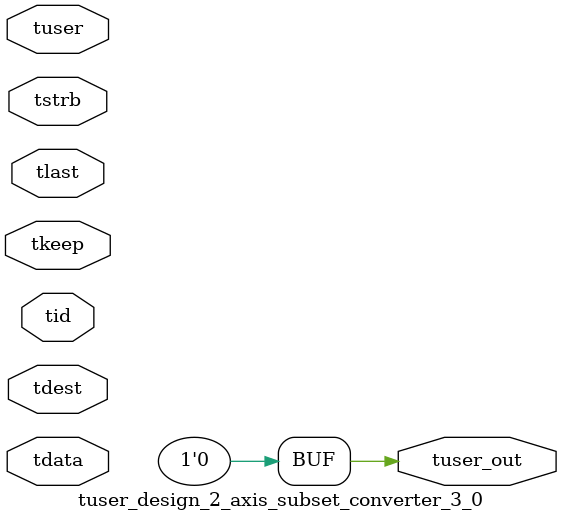
<source format=v>


`timescale 1ps/1ps

module tuser_design_2_axis_subset_converter_3_0 #
(
parameter C_S_AXIS_TUSER_WIDTH = 1,
parameter C_S_AXIS_TDATA_WIDTH = 32,
parameter C_S_AXIS_TID_WIDTH   = 0,
parameter C_S_AXIS_TDEST_WIDTH = 0,
parameter C_M_AXIS_TUSER_WIDTH = 1
)
(
input  [(C_S_AXIS_TUSER_WIDTH == 0 ? 1 : C_S_AXIS_TUSER_WIDTH)-1:0     ] tuser,
input  [(C_S_AXIS_TDATA_WIDTH == 0 ? 1 : C_S_AXIS_TDATA_WIDTH)-1:0     ] tdata,
input  [(C_S_AXIS_TID_WIDTH   == 0 ? 1 : C_S_AXIS_TID_WIDTH)-1:0       ] tid,
input  [(C_S_AXIS_TDEST_WIDTH == 0 ? 1 : C_S_AXIS_TDEST_WIDTH)-1:0     ] tdest,
input  [(C_S_AXIS_TDATA_WIDTH/8)-1:0 ] tkeep,
input  [(C_S_AXIS_TDATA_WIDTH/8)-1:0 ] tstrb,
input                                                                    tlast,
output [C_M_AXIS_TUSER_WIDTH-1:0] tuser_out
);

assign tuser_out = {1'b0};

endmodule


</source>
